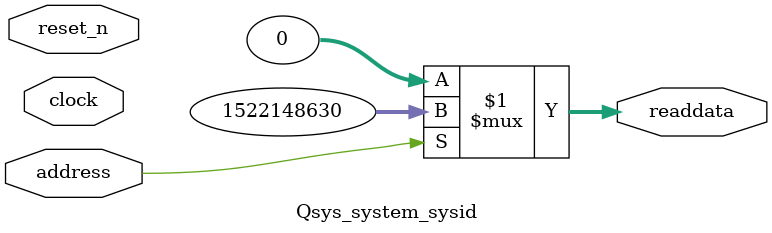
<source format=v>



// synthesis translate_off
`timescale 1ns / 1ps
// synthesis translate_on

// turn off superfluous verilog processor warnings 
// altera message_level Level1 
// altera message_off 10034 10035 10036 10037 10230 10240 10030 

module Qsys_system_sysid (
               // inputs:
                address,
                clock,
                reset_n,

               // outputs:
                readdata
             )
;

  output  [ 31: 0] readdata;
  input            address;
  input            clock;
  input            reset_n;

  wire    [ 31: 0] readdata;
  //control_slave, which is an e_avalon_slave
  assign readdata = address ? 1522148630 : 0;

endmodule




</source>
